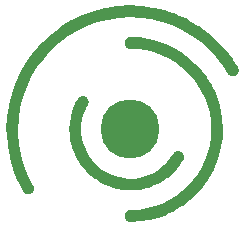
<source format=gbr>
G04 #@! TF.GenerationSoftware,KiCad,Pcbnew,5.1.5-52549c5~84~ubuntu18.04.1*
G04 #@! TF.CreationDate,2020-01-15T10:00:27+01:00*
G04 #@! TF.ProjectId,geneva,67656e65-7661-42e6-9b69-6361645f7063,rev?*
G04 #@! TF.SameCoordinates,Original*
G04 #@! TF.FileFunction,Copper,L2,Bot*
G04 #@! TF.FilePolarity,Positive*
%FSLAX46Y46*%
G04 Gerber Fmt 4.6, Leading zero omitted, Abs format (unit mm)*
G04 Created by KiCad (PCBNEW 5.1.5-52549c5~84~ubuntu18.04.1) date 2020-01-15 10:00:27*
%MOMM*%
%LPD*%
G04 APERTURE LIST*
%ADD10C,0.101600*%
%ADD11C,5.000000*%
G04 APERTURE END LIST*
G04 #@! TA.AperFunction,SMDPad,CuDef*
D10*
G36*
X70927244Y-89541594D02*
G01*
X70927264Y-89541594D01*
X70927288Y-89541596D01*
X70934236Y-89541936D01*
X70955018Y-89544120D01*
X70975912Y-89546022D01*
X71943397Y-89681993D01*
X71943400Y-89681993D01*
X71943403Y-89681994D01*
X71950306Y-89683013D01*
X71970835Y-89687227D01*
X71991384Y-89691147D01*
X72940963Y-89920874D01*
X72940987Y-89920879D01*
X72941015Y-89920887D01*
X72947760Y-89922569D01*
X72967720Y-89928748D01*
X72987848Y-89934672D01*
X73910494Y-90255971D01*
X73910500Y-90255973D01*
X73910507Y-90255976D01*
X73917076Y-90258315D01*
X73936339Y-90266413D01*
X73955792Y-90274272D01*
X74842679Y-90684072D01*
X74842687Y-90684075D01*
X74842696Y-90684080D01*
X74849003Y-90687048D01*
X74867380Y-90696984D01*
X74885977Y-90706707D01*
X75728649Y-91201100D01*
X75734646Y-91204675D01*
X75752012Y-91216388D01*
X75769524Y-91227848D01*
X76559930Y-91802111D01*
X76565549Y-91806254D01*
X76581669Y-91819590D01*
X76598001Y-91832721D01*
X77328586Y-92481365D01*
X77328597Y-92481374D01*
X77328608Y-92481385D01*
X77333784Y-92486045D01*
X77348524Y-92500888D01*
X77363498Y-92515552D01*
X78027299Y-93232393D01*
X78027309Y-93232403D01*
X78027319Y-93232415D01*
X78032017Y-93237559D01*
X78045239Y-93253772D01*
X78058709Y-93269824D01*
X78649400Y-94048031D01*
X78653582Y-94053621D01*
X78663718Y-94068877D01*
X78674232Y-94083892D01*
X79083351Y-94733562D01*
X79087029Y-94739495D01*
X79110413Y-94782384D01*
X79129501Y-94827351D01*
X79144108Y-94873965D01*
X79154098Y-94921783D01*
X79159374Y-94970347D01*
X79159886Y-95019194D01*
X79155628Y-95067858D01*
X79146642Y-95115873D01*
X79133013Y-95162784D01*
X79114872Y-95208140D01*
X79092391Y-95251510D01*
X79065786Y-95292479D01*
X79035310Y-95330656D01*
X79001254Y-95365677D01*
X78963941Y-95397207D01*
X78923732Y-95424947D01*
X78881007Y-95448629D01*
X78836175Y-95468030D01*
X78789663Y-95482963D01*
X78741917Y-95493286D01*
X78693391Y-95498900D01*
X78644549Y-95499753D01*
X78595856Y-95495836D01*
X78547779Y-95487185D01*
X78500775Y-95473884D01*
X78455292Y-95456060D01*
X78411767Y-95433883D01*
X78370613Y-95407564D01*
X78332224Y-95377355D01*
X78296966Y-95343544D01*
X78265176Y-95306453D01*
X78237157Y-95266438D01*
X77839671Y-94635241D01*
X77276964Y-93893902D01*
X76646380Y-93212934D01*
X75952367Y-92596760D01*
X75201524Y-92051240D01*
X74401035Y-91581596D01*
X73558534Y-91192305D01*
X72682073Y-90887089D01*
X71780014Y-90668858D01*
X70860953Y-90539693D01*
X69933682Y-90500829D01*
X69007044Y-90552636D01*
X68089886Y-90694620D01*
X67190945Y-90925428D01*
X66318835Y-91242850D01*
X65481853Y-91643865D01*
X64688001Y-92124638D01*
X63944851Y-92680587D01*
X63259503Y-93306396D01*
X62638496Y-93996092D01*
X62087749Y-94743107D01*
X61612522Y-95540306D01*
X61217367Y-96380057D01*
X60906037Y-97254373D01*
X60681511Y-98154893D01*
X60545935Y-99073019D01*
X60500213Y-100007854D01*
X60505727Y-100323693D01*
X60584044Y-101256351D01*
X60751582Y-102169196D01*
X61007399Y-103061337D01*
X61349048Y-103924243D01*
X61784454Y-104771451D01*
X61787602Y-104777682D01*
X61807159Y-104822446D01*
X61822255Y-104868905D01*
X61832744Y-104916616D01*
X61838528Y-104965122D01*
X61839551Y-105013961D01*
X61835804Y-105062667D01*
X61827321Y-105110775D01*
X61814184Y-105157824D01*
X61796519Y-105203368D01*
X61774494Y-105246971D01*
X61748319Y-105288216D01*
X61718243Y-105326711D01*
X61684556Y-105362086D01*
X61647577Y-105394006D01*
X61607659Y-105422164D01*
X61565185Y-105446293D01*
X61520559Y-105466162D01*
X61474206Y-105481582D01*
X61426570Y-105492404D01*
X61378106Y-105498527D01*
X61329275Y-105499890D01*
X61280545Y-105496483D01*
X61232379Y-105488337D01*
X61185238Y-105475528D01*
X61139572Y-105458182D01*
X61095816Y-105436462D01*
X61054389Y-105410575D01*
X61015686Y-105380769D01*
X60980076Y-105347330D01*
X60947899Y-105310574D01*
X60919462Y-105270854D01*
X60895038Y-105228549D01*
X60448463Y-104359609D01*
X60448454Y-104359593D01*
X60448445Y-104359574D01*
X60445307Y-104353362D01*
X60436919Y-104334163D01*
X60428275Y-104315106D01*
X60068626Y-103406736D01*
X60068618Y-103406719D01*
X60068611Y-103406698D01*
X60066094Y-103400211D01*
X60059626Y-103380303D01*
X60052876Y-103360475D01*
X59783580Y-102421328D01*
X59781703Y-102414603D01*
X59777214Y-102394186D01*
X59772425Y-102373769D01*
X59596059Y-101412823D01*
X59594847Y-101405948D01*
X59592367Y-101385150D01*
X59589599Y-101364403D01*
X59507846Y-100390834D01*
X59507310Y-100383873D01*
X59507036Y-100370791D01*
X59506168Y-100357721D01*
X59500076Y-100008727D01*
X59500003Y-100001746D01*
X59500597Y-99988665D01*
X59500597Y-99975575D01*
X59548323Y-98999747D01*
X59548713Y-98992776D01*
X59551046Y-98971979D01*
X59553090Y-98951130D01*
X59695812Y-97984615D01*
X59696880Y-97977716D01*
X59701231Y-97957245D01*
X59705300Y-97936695D01*
X59941657Y-96988721D01*
X59943394Y-96981959D01*
X59949709Y-96962051D01*
X59955776Y-96941956D01*
X60283511Y-96021570D01*
X60285899Y-96015010D01*
X60294142Y-95995777D01*
X60302126Y-95976407D01*
X60718110Y-95092395D01*
X60721127Y-95086099D01*
X60731200Y-95067776D01*
X60741044Y-95049262D01*
X61241308Y-94210063D01*
X61244925Y-94204092D01*
X61256748Y-94186824D01*
X61268341Y-94169376D01*
X61848101Y-93383007D01*
X61848108Y-93382997D01*
X61848117Y-93382986D01*
X61852290Y-93377408D01*
X61865753Y-93361363D01*
X61878983Y-93345142D01*
X62532721Y-92619092D01*
X62537429Y-92613937D01*
X62552367Y-92599309D01*
X62567142Y-92584430D01*
X63288609Y-91925640D01*
X63293797Y-91920969D01*
X63310093Y-91907867D01*
X63326248Y-91894502D01*
X64108559Y-91309258D01*
X64114178Y-91305116D01*
X64131701Y-91293649D01*
X64149058Y-91281942D01*
X64984744Y-90775832D01*
X64984745Y-90775831D01*
X64984752Y-90775827D01*
X64990741Y-90772258D01*
X65009258Y-90762577D01*
X65027715Y-90752598D01*
X65908785Y-90330460D01*
X65908801Y-90330451D01*
X65908821Y-90330443D01*
X65915118Y-90327480D01*
X65934499Y-90319649D01*
X65953834Y-90311522D01*
X66871899Y-89977374D01*
X66871910Y-89977369D01*
X66871924Y-89977365D01*
X66878486Y-89975028D01*
X66898540Y-89969126D01*
X66918575Y-89962924D01*
X67864873Y-89719957D01*
X67864876Y-89719956D01*
X67864882Y-89719955D01*
X67871651Y-89718268D01*
X67892180Y-89714352D01*
X67912728Y-89710134D01*
X68878206Y-89560669D01*
X68878223Y-89560666D01*
X68878243Y-89560664D01*
X68885128Y-89559647D01*
X68905964Y-89557751D01*
X68926804Y-89555561D01*
X69902258Y-89501025D01*
X69902277Y-89501023D01*
X69902300Y-89501023D01*
X69909249Y-89500683D01*
X69930156Y-89500829D01*
X69951125Y-89500683D01*
X70927244Y-89541594D01*
G37*
G04 #@! TD.AperFunction*
D11*
X70000000Y-100000000D03*
G04 #@! TA.AperFunction,SMDPad,CuDef*
D10*
G36*
X66019479Y-97170392D02*
G01*
X66067616Y-97178706D01*
X66114712Y-97191678D01*
X66160317Y-97209185D01*
X66203997Y-97231058D01*
X66245333Y-97257089D01*
X66283932Y-97287029D01*
X66319425Y-97320593D01*
X66351474Y-97357460D01*
X66379771Y-97397279D01*
X66404048Y-97439669D01*
X66424073Y-97484226D01*
X66439653Y-97530524D01*
X66450643Y-97578122D01*
X66456935Y-97626565D01*
X66458469Y-97675391D01*
X66455231Y-97724133D01*
X66447253Y-97772327D01*
X66434610Y-97819513D01*
X66417423Y-97865239D01*
X66395855Y-97909069D01*
X66324926Y-98037029D01*
X66148274Y-98412435D01*
X66011738Y-98795875D01*
X65913269Y-99190808D01*
X65853810Y-99593462D01*
X65833799Y-100002625D01*
X65845877Y-100317014D01*
X65897218Y-100723424D01*
X65987397Y-101120346D01*
X66115870Y-101506552D01*
X66281426Y-101878397D01*
X66482468Y-102232294D01*
X66717086Y-102564885D01*
X66983052Y-102873010D01*
X67277805Y-103153698D01*
X67598542Y-103404286D01*
X67942204Y-103622379D01*
X68305503Y-103805895D01*
X68684985Y-103953087D01*
X69077009Y-104062542D01*
X69477859Y-104133223D01*
X69883676Y-104164449D01*
X70290605Y-104155924D01*
X70694777Y-104107730D01*
X71092298Y-104020330D01*
X71479401Y-103894552D01*
X71852385Y-103731599D01*
X72207684Y-103533029D01*
X72541910Y-103300735D01*
X72851874Y-103036935D01*
X73134618Y-102744145D01*
X73387440Y-102425162D01*
X73621172Y-102062481D01*
X73624995Y-102056639D01*
X73653983Y-102017320D01*
X73686670Y-101981017D01*
X73722743Y-101948078D01*
X73761858Y-101918816D01*
X73803643Y-101893511D01*
X73847697Y-101872403D01*
X73893601Y-101855696D01*
X73940916Y-101843547D01*
X73989191Y-101836074D01*
X74037964Y-101833347D01*
X74086772Y-101835392D01*
X74135146Y-101842191D01*
X74182626Y-101853678D01*
X74228758Y-101869742D01*
X74273103Y-101890233D01*
X74315237Y-101914953D01*
X74354757Y-101943666D01*
X74391287Y-101976098D01*
X74424477Y-102011941D01*
X74454012Y-102050851D01*
X74479608Y-102092458D01*
X74501023Y-102136363D01*
X74518051Y-102182150D01*
X74530529Y-102229379D01*
X74538339Y-102277600D01*
X74541407Y-102326354D01*
X74539702Y-102375174D01*
X74533241Y-102423595D01*
X74522086Y-102471154D01*
X74506344Y-102517397D01*
X74486163Y-102561884D01*
X74461738Y-102604189D01*
X74214762Y-102987421D01*
X74214756Y-102987431D01*
X74214748Y-102987442D01*
X74210933Y-102993272D01*
X74198505Y-103010129D01*
X74186319Y-103027150D01*
X73903128Y-103384447D01*
X73903119Y-103384460D01*
X73903107Y-103384474D01*
X73898744Y-103389901D01*
X73884744Y-103405450D01*
X73870942Y-103421215D01*
X73554226Y-103749185D01*
X73549342Y-103754172D01*
X73533905Y-103768268D01*
X73518616Y-103782626D01*
X73171405Y-104078124D01*
X73166057Y-104082611D01*
X73149310Y-104095139D01*
X73132704Y-104107928D01*
X72758317Y-104368135D01*
X72752556Y-104372079D01*
X72734640Y-104382930D01*
X72716889Y-104394022D01*
X72318904Y-104616447D01*
X72318896Y-104616452D01*
X72318886Y-104616457D01*
X72312777Y-104619815D01*
X72293906Y-104628857D01*
X72275141Y-104638172D01*
X71857359Y-104820697D01*
X71857342Y-104820705D01*
X71857321Y-104820713D01*
X71850925Y-104823454D01*
X71831282Y-104830604D01*
X71811676Y-104838051D01*
X71378071Y-104978938D01*
X71378059Y-104978943D01*
X71378044Y-104978947D01*
X71371406Y-104981053D01*
X71351137Y-104986257D01*
X71330918Y-104991750D01*
X70885641Y-105089650D01*
X70885622Y-105089655D01*
X70885599Y-105089659D01*
X70878793Y-105091105D01*
X70858165Y-105094299D01*
X70837457Y-105097801D01*
X70384733Y-105151785D01*
X70377795Y-105152563D01*
X70356878Y-105153733D01*
X70336003Y-105155192D01*
X69880190Y-105164741D01*
X69880170Y-105164742D01*
X69880147Y-105164741D01*
X69873190Y-105164839D01*
X69852276Y-105163962D01*
X69831339Y-105163377D01*
X69376771Y-105128400D01*
X69376751Y-105128399D01*
X69376727Y-105128396D01*
X69369794Y-105127814D01*
X69349077Y-105124903D01*
X69328287Y-105122276D01*
X68879285Y-105043104D01*
X68879281Y-105043104D01*
X68879277Y-105043103D01*
X68872415Y-105041843D01*
X68852082Y-105036924D01*
X68831646Y-105032281D01*
X68392529Y-104909677D01*
X68392510Y-104909673D01*
X68392488Y-104909666D01*
X68385799Y-104907748D01*
X68366043Y-104900868D01*
X68346158Y-104894253D01*
X67921088Y-104729379D01*
X67921081Y-104729377D01*
X67921073Y-104729373D01*
X67914591Y-104726807D01*
X67895609Y-104718036D01*
X67876455Y-104709508D01*
X67469497Y-104503939D01*
X67463288Y-104500748D01*
X67445210Y-104490142D01*
X67427023Y-104479810D01*
X67042077Y-104235515D01*
X67042067Y-104235510D01*
X67042056Y-104235503D01*
X67036200Y-104231728D01*
X67019279Y-104219434D01*
X67002150Y-104207351D01*
X66642871Y-103926651D01*
X66637400Y-103922315D01*
X66621744Y-103908415D01*
X66605892Y-103894732D01*
X66275730Y-103580322D01*
X66275719Y-103580313D01*
X66275708Y-103580301D01*
X66270698Y-103575463D01*
X66256499Y-103560130D01*
X66242032Y-103544938D01*
X65944125Y-103199810D01*
X65944116Y-103199800D01*
X65944106Y-103199788D01*
X65939592Y-103194483D01*
X65926943Y-103177820D01*
X65914042Y-103161306D01*
X65651235Y-102788753D01*
X65651228Y-102788744D01*
X65651221Y-102788732D01*
X65647244Y-102783011D01*
X65636280Y-102765190D01*
X65625053Y-102747499D01*
X65399849Y-102351068D01*
X65396443Y-102344974D01*
X65387273Y-102326172D01*
X65377823Y-102307465D01*
X65192379Y-101890951D01*
X65189585Y-101884554D01*
X65182297Y-101864957D01*
X65174714Y-101845407D01*
X65030800Y-101412784D01*
X65028643Y-101406144D01*
X65023300Y-101385922D01*
X65017663Y-101365734D01*
X64916652Y-100921133D01*
X64915154Y-100914315D01*
X64911808Y-100893658D01*
X64908170Y-100873025D01*
X64851027Y-100420689D01*
X64850200Y-100413757D01*
X64849049Y-100395463D01*
X64847453Y-100377217D01*
X64833699Y-100019194D01*
X64833480Y-100012216D01*
X64833927Y-99993919D01*
X64833927Y-99975575D01*
X64856199Y-99520189D01*
X64856589Y-99513218D01*
X64858921Y-99492425D01*
X64860966Y-99471571D01*
X64927570Y-99020531D01*
X64928638Y-99013632D01*
X64932989Y-98993161D01*
X64937058Y-98972611D01*
X65047358Y-98530223D01*
X65049095Y-98523461D01*
X65055413Y-98503544D01*
X65061477Y-98483458D01*
X65214420Y-98053944D01*
X65216808Y-98047384D01*
X65225040Y-98028177D01*
X65233035Y-98008780D01*
X65427161Y-97596242D01*
X65430178Y-97589946D01*
X65436483Y-97578477D01*
X65442265Y-97566727D01*
X65521235Y-97424261D01*
X65524662Y-97418179D01*
X65550981Y-97377025D01*
X65581190Y-97338636D01*
X65615001Y-97303378D01*
X65652091Y-97271588D01*
X65692107Y-97243569D01*
X65734665Y-97219588D01*
X65779361Y-97199875D01*
X65825766Y-97184618D01*
X65873440Y-97173961D01*
X65921925Y-97168008D01*
X65970761Y-97166814D01*
X66019479Y-97170392D01*
G37*
G04 #@! TD.AperFunction*
G04 #@! TA.AperFunction,SMDPad,CuDef*
G36*
X70740032Y-92202266D02*
G01*
X70740034Y-92202266D01*
X70747003Y-92202656D01*
X70767800Y-92204989D01*
X70788649Y-92207033D01*
X71497424Y-92311696D01*
X71497427Y-92311696D01*
X71497431Y-92311697D01*
X71504325Y-92312764D01*
X71524796Y-92317115D01*
X71545346Y-92321184D01*
X72240523Y-92494511D01*
X72240528Y-92494512D01*
X72240534Y-92494514D01*
X72247289Y-92496249D01*
X72267197Y-92502564D01*
X72287292Y-92508631D01*
X72962241Y-92748970D01*
X72968801Y-92751358D01*
X72988019Y-92759595D01*
X73007405Y-92767585D01*
X73655680Y-93072641D01*
X73661975Y-93075657D01*
X73680323Y-93085744D01*
X73698812Y-93095574D01*
X74314216Y-93462429D01*
X74314225Y-93462434D01*
X74314235Y-93462441D01*
X74320196Y-93466051D01*
X74337449Y-93477865D01*
X74354912Y-93489467D01*
X74931579Y-93914622D01*
X74931589Y-93914629D01*
X74931600Y-93914638D01*
X74937178Y-93918811D01*
X74953205Y-93932259D01*
X74969444Y-93945504D01*
X75501881Y-94424912D01*
X75507036Y-94429620D01*
X75521664Y-94444558D01*
X75536543Y-94459333D01*
X76019645Y-94988398D01*
X76019656Y-94988409D01*
X76019667Y-94988423D01*
X76024327Y-94993597D01*
X76037429Y-95009893D01*
X76050794Y-95026048D01*
X76479972Y-95599743D01*
X76484114Y-95605362D01*
X76495578Y-95622879D01*
X76507288Y-95640241D01*
X76878429Y-96253068D01*
X76878435Y-96253077D01*
X76878441Y-96253088D01*
X76882010Y-96259074D01*
X76891719Y-96277646D01*
X76901669Y-96296048D01*
X77211239Y-96942170D01*
X77211244Y-96942178D01*
X77211248Y-96942189D01*
X77214215Y-96948494D01*
X77222050Y-96967886D01*
X77230173Y-96987210D01*
X77475218Y-97660466D01*
X77477559Y-97667042D01*
X77483469Y-97687122D01*
X77489662Y-97707129D01*
X77667838Y-98401076D01*
X77667841Y-98401085D01*
X77667843Y-98401096D01*
X77669529Y-98407857D01*
X77673453Y-98428428D01*
X77677663Y-98448937D01*
X77787268Y-99156946D01*
X77787272Y-99156966D01*
X77787274Y-99156989D01*
X77788291Y-99163872D01*
X77790186Y-99184701D01*
X77792377Y-99205547D01*
X77832370Y-99920875D01*
X77832372Y-99920894D01*
X77832372Y-99920917D01*
X77832712Y-99927866D01*
X77832566Y-99948773D01*
X77832712Y-99969742D01*
X77802711Y-100685557D01*
X77802711Y-100685577D01*
X77802709Y-100685601D01*
X77802369Y-100692549D01*
X77800185Y-100713331D01*
X77798283Y-100734225D01*
X77698571Y-101443715D01*
X77697551Y-101450622D01*
X77693337Y-101471151D01*
X77689417Y-101491700D01*
X77520952Y-102188051D01*
X77520947Y-102188075D01*
X77520939Y-102188103D01*
X77519257Y-102194848D01*
X77513082Y-102214797D01*
X77507154Y-102234937D01*
X77271533Y-102911547D01*
X77269191Y-102918124D01*
X77261089Y-102937398D01*
X77253234Y-102956840D01*
X76952712Y-103607229D01*
X76949739Y-103613546D01*
X76939787Y-103631952D01*
X76930080Y-103650519D01*
X76567526Y-104268479D01*
X76563951Y-104274475D01*
X76552260Y-104291808D01*
X76540778Y-104309354D01*
X76119650Y-104888986D01*
X76115507Y-104894605D01*
X76102163Y-104910735D01*
X76089041Y-104927056D01*
X75613363Y-105462825D01*
X75608692Y-105468013D01*
X75593834Y-105482768D01*
X75579185Y-105497727D01*
X75053495Y-105984522D01*
X75048339Y-105989229D01*
X75032154Y-106002429D01*
X75016074Y-106015922D01*
X74445388Y-106449095D01*
X74439798Y-106453277D01*
X74422335Y-106464879D01*
X74405082Y-106476693D01*
X73794857Y-106852106D01*
X73794851Y-106852110D01*
X73794844Y-106852114D01*
X73788880Y-106855726D01*
X73770396Y-106865554D01*
X73752044Y-106875643D01*
X73108099Y-107189716D01*
X73108091Y-107189721D01*
X73108081Y-107189725D01*
X73101796Y-107192736D01*
X73082460Y-107200706D01*
X73063192Y-107208964D01*
X72391664Y-107458703D01*
X72385104Y-107461090D01*
X72365092Y-107467132D01*
X72345101Y-107473474D01*
X71652408Y-107656491D01*
X71645646Y-107658227D01*
X71625096Y-107662296D01*
X71604625Y-107666647D01*
X70897379Y-107781196D01*
X70890480Y-107782264D01*
X70869626Y-107784309D01*
X70848833Y-107786641D01*
X70133784Y-107831628D01*
X70126814Y-107832018D01*
X70116343Y-107832018D01*
X70105880Y-107832603D01*
X70003492Y-107833318D01*
X69996510Y-107833318D01*
X69985958Y-107832728D01*
X69975466Y-107832728D01*
X69961686Y-107831371D01*
X69947737Y-107830591D01*
X69937179Y-107828957D01*
X69926635Y-107827918D01*
X69913174Y-107825241D01*
X69899462Y-107823118D01*
X69889013Y-107820435D01*
X69878510Y-107818346D01*
X69865463Y-107814388D01*
X69852147Y-107810969D01*
X69841920Y-107807246D01*
X69831555Y-107804102D01*
X69819065Y-107798929D01*
X69806243Y-107794262D01*
X69796320Y-107789508D01*
X69786222Y-107785325D01*
X69774389Y-107779000D01*
X69762188Y-107773154D01*
X69752673Y-107767392D01*
X69742949Y-107762194D01*
X69731905Y-107754815D01*
X69720404Y-107747850D01*
X69711405Y-107741118D01*
X69702150Y-107734934D01*
X69691955Y-107726567D01*
X69681288Y-107718587D01*
X69672913Y-107710940D01*
X69664221Y-107703806D01*
X69654968Y-107694553D01*
X69645216Y-107685648D01*
X69637557Y-107677142D01*
X69629524Y-107669109D01*
X69621290Y-107659076D01*
X69612528Y-107649345D01*
X69605671Y-107640044D01*
X69598396Y-107631180D01*
X69591247Y-107620481D01*
X69583540Y-107610027D01*
X69577559Y-107599994D01*
X69571136Y-107590381D01*
X69565129Y-107579144D01*
X69558526Y-107568067D01*
X69553508Y-107557402D01*
X69548005Y-107547108D01*
X69543164Y-107535420D01*
X69537727Y-107523866D01*
X69533737Y-107512661D01*
X69529228Y-107501775D01*
X69525589Y-107489780D01*
X69521340Y-107477847D01*
X69518435Y-107466198D01*
X69514984Y-107454820D01*
X69512560Y-107442632D01*
X69509522Y-107430448D01*
X69507752Y-107418460D01*
X69505412Y-107406695D01*
X69504203Y-107394423D01*
X69502387Y-107382122D01*
X69501791Y-107369930D01*
X69500602Y-107357864D01*
X69500602Y-107345636D01*
X69500000Y-107333331D01*
X69500602Y-107321021D01*
X69500602Y-107308796D01*
X69501789Y-107296743D01*
X69502386Y-107284540D01*
X69504204Y-107272228D01*
X69505412Y-107259965D01*
X69507752Y-107248199D01*
X69509522Y-107236214D01*
X69512558Y-107224038D01*
X69514984Y-107211840D01*
X69518438Y-107200453D01*
X69521340Y-107188815D01*
X69525587Y-107176886D01*
X69529228Y-107164885D01*
X69533735Y-107154005D01*
X69537726Y-107142795D01*
X69543165Y-107131237D01*
X69548005Y-107119552D01*
X69553518Y-107109239D01*
X69558526Y-107098595D01*
X69565121Y-107087531D01*
X69571136Y-107076279D01*
X69577563Y-107066660D01*
X69583539Y-107056635D01*
X69591245Y-107046183D01*
X69598396Y-107035480D01*
X69605670Y-107026617D01*
X69612527Y-107017316D01*
X69621291Y-107007582D01*
X69629524Y-106997551D01*
X69637555Y-106989520D01*
X69645214Y-106981014D01*
X69654966Y-106972109D01*
X69664221Y-106962854D01*
X69672915Y-106955719D01*
X69681287Y-106948074D01*
X69691944Y-106940102D01*
X69702150Y-106931726D01*
X69711408Y-106925540D01*
X69720403Y-106918811D01*
X69731894Y-106911853D01*
X69742949Y-106904466D01*
X69752670Y-106899270D01*
X69762187Y-106893506D01*
X69774393Y-106887658D01*
X69786222Y-106881335D01*
X69796335Y-106877146D01*
X69806242Y-106872399D01*
X69819060Y-106867733D01*
X69831555Y-106862558D01*
X69841911Y-106859417D01*
X69852145Y-106855691D01*
X69865464Y-106852272D01*
X69878510Y-106848314D01*
X69889008Y-106846226D01*
X69899460Y-106843542D01*
X69913181Y-106841418D01*
X69926635Y-106838742D01*
X69937176Y-106837704D01*
X69947735Y-106836069D01*
X69961695Y-106835288D01*
X69975466Y-106833932D01*
X69985956Y-106833932D01*
X69996508Y-106833342D01*
X70084942Y-106832724D01*
X70761634Y-106790151D01*
X71420601Y-106683421D01*
X72066013Y-106512897D01*
X72691698Y-106280207D01*
X73291699Y-105987566D01*
X73860268Y-105637781D01*
X74391991Y-105234181D01*
X74881803Y-104780609D01*
X75325008Y-104281416D01*
X75717385Y-103741356D01*
X76055191Y-103165578D01*
X76335201Y-102559582D01*
X76554737Y-101929161D01*
X76711706Y-101280330D01*
X76804612Y-100619264D01*
X76832566Y-99952300D01*
X76795302Y-99285786D01*
X76693176Y-98626086D01*
X76527161Y-97979506D01*
X76298847Y-97352215D01*
X76010402Y-96750186D01*
X75664592Y-96179184D01*
X75264709Y-95644651D01*
X74814577Y-95151694D01*
X74318489Y-94705013D01*
X73781181Y-94308875D01*
X73207772Y-93967055D01*
X72603750Y-93682824D01*
X71974875Y-93458892D01*
X71327148Y-93297395D01*
X70666760Y-93199878D01*
X69975575Y-93166073D01*
X69968605Y-93165683D01*
X69920060Y-93160238D01*
X69872277Y-93150082D01*
X69825714Y-93135311D01*
X69780814Y-93116067D01*
X69738007Y-93092533D01*
X69697700Y-93064935D01*
X69660279Y-93033535D01*
X69626101Y-92998633D01*
X69595492Y-92960563D01*
X69568743Y-92919687D01*
X69546111Y-92876396D01*
X69527812Y-92831103D01*
X69514019Y-92784241D01*
X69504866Y-92736257D01*
X69500439Y-92687608D01*
X69500779Y-92638759D01*
X69505886Y-92590177D01*
X69515708Y-92542325D01*
X69530154Y-92495660D01*
X69549083Y-92450627D01*
X69572318Y-92407657D01*
X69599634Y-92367159D01*
X69630772Y-92329519D01*
X69665435Y-92295098D01*
X69703290Y-92264223D01*
X69743978Y-92237190D01*
X69787110Y-92214256D01*
X69832274Y-92195641D01*
X69879039Y-92181522D01*
X69926959Y-92172033D01*
X69975576Y-92167267D01*
X70024425Y-92167267D01*
X70740032Y-92202266D01*
G37*
G04 #@! TD.AperFunction*
M02*

</source>
